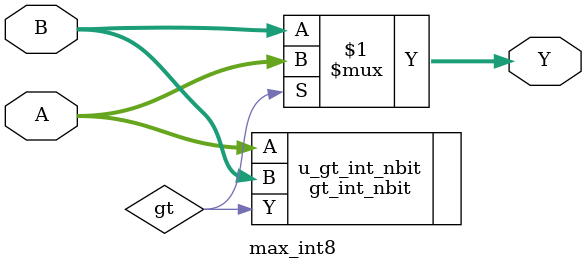
<source format=v>

module max_int8 #(
    parameter WIDTH = 8
)(
    input [WIDTH-1:0] A,
    input [WIDTH-1:0] B,
    output [WIDTH-1:0] Y,
);

    wire gt;
    gt_int_nbit #(
        .WIDTH(WIDTH)
    ) u_gt_int_nbit (
        .A(A),
        .B(B),
        .Y(gt)
    );

    assign Y = gt ? A : B;

endmodule

</source>
